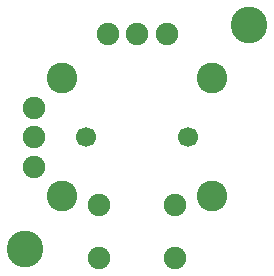
<source format=gbs>
%TF.GenerationSoftware,KiCad,Pcbnew,(5.1.6)-1*%
%TF.CreationDate,2020-06-08T02:26:39-04:00*%
%TF.ProjectId,ANALOG_STICK_BREAKOUT,414e414c-4f47-45f5-9354-49434b5f4252,rev?*%
%TF.SameCoordinates,Original*%
%TF.FileFunction,Soldermask,Bot*%
%TF.FilePolarity,Negative*%
%FSLAX46Y46*%
G04 Gerber Fmt 4.6, Leading zero omitted, Abs format (unit mm)*
G04 Created by KiCad (PCBNEW (5.1.6)-1) date 2020-06-08 02:26:39*
%MOMM*%
%LPD*%
G01*
G04 APERTURE LIST*
%ADD10C,1.700000*%
%ADD11C,2.600000*%
%ADD12C,1.900000*%
%ADD13C,3.100000*%
G04 APERTURE END LIST*
D10*
%TO.C,JOY1*%
X105700000Y-85000000D03*
X114300000Y-85000000D03*
D11*
X116325000Y-90000000D03*
X103675000Y-80000000D03*
X116325000Y-80000000D03*
X103675000Y-90000000D03*
D12*
X106750000Y-95250000D03*
X113250000Y-95250000D03*
X113250000Y-90750000D03*
X106750000Y-90750000D03*
X110000000Y-76270000D03*
X107500000Y-76270000D03*
X112500000Y-76270000D03*
X101270000Y-82500000D03*
X101270000Y-85000000D03*
X101270000Y-87500000D03*
%TD*%
D13*
%TO.C,H2*%
X119500000Y-75500000D03*
%TD*%
%TO.C,H1*%
X100500000Y-94500000D03*
%TD*%
M02*

</source>
